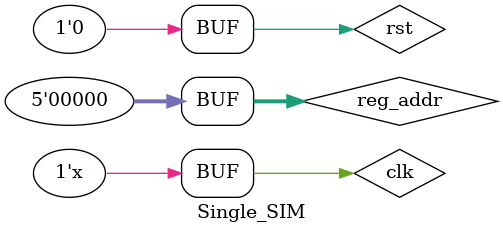
<source format=v>
`timescale 1ns / 1ps


module Single_SIM;

	// Inputs
	reg clk;
	reg rst;
	reg [4:0] reg_addr;

	// Outputs
	wire [31:0] reg_data;
	wire [8:0] PC;
	wire [31:0] instr;
	wire [31:0] sim;
	// Instantiate the Unit Under Test (UUT)
	Single uut (
		.clk(clk), 
		.rst(rst), 
		.reg_addr(reg_addr), 
		.reg_data(reg_data), 
		.PC(PC), 
		.instr(instr),
		.sim(sim)
	);

	initial begin
		clk = 0;
		rst = 0;
		reg_addr = 0;
	end
	always
	begin
		#10
		clk=~clk;
	end
      
endmodule


</source>
